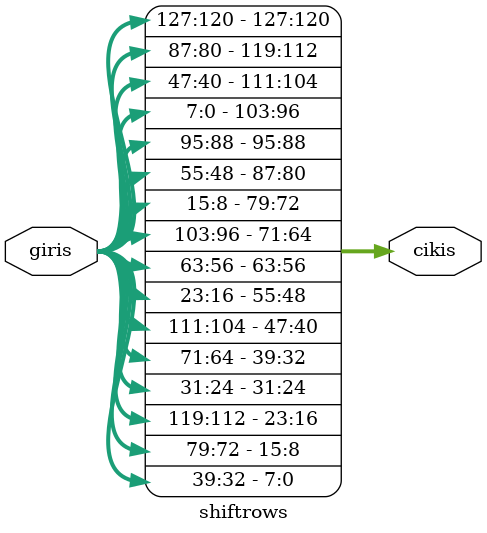
<source format=v>
`timescale 1ns / 1ps


module shiftrows(
    input [127:0]giris,
    output [127:0]cikis
    );     
   
       
   
   assign cikis = {giris[127:120],giris[87:80],giris[47:40],giris[7:0],
                   giris[95:88],giris[55:48],giris[15:8],giris[103:96],
                   giris[63:56],giris[23:16],giris[111:104],giris[71:64],
                   giris[31:24],giris[119:112], giris[79:72], giris[39:32]};
    
  
    
endmodule

</source>
